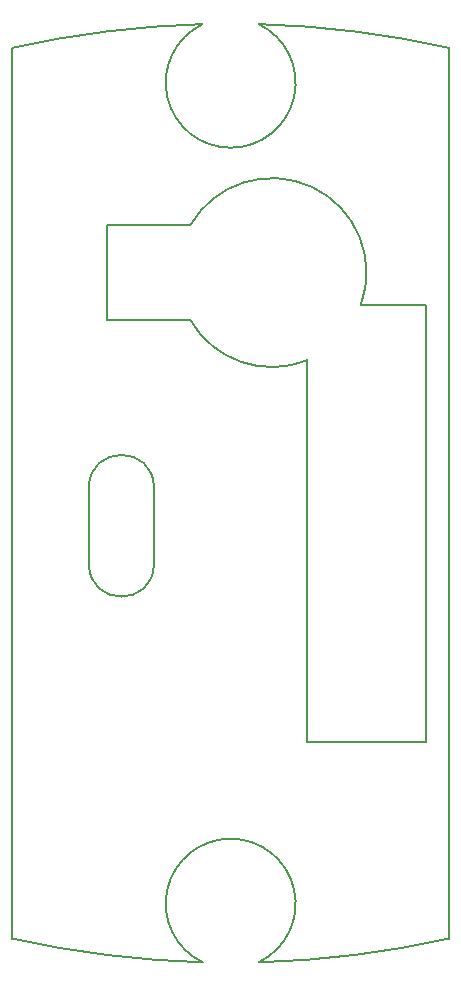
<source format=gbr>
G04 #@! TF.GenerationSoftware,KiCad,Pcbnew,(5.1.0)-1*
G04 #@! TF.CreationDate,2019-05-27T09:53:24+03:00*
G04 #@! TF.ProjectId,USB_RFID,5553425f-5246-4494-942e-6b696361645f,rev?*
G04 #@! TF.SameCoordinates,Original*
G04 #@! TF.FileFunction,Profile,NP*
%FSLAX46Y46*%
G04 Gerber Fmt 4.6, Leading zero omitted, Abs format (unit mm)*
G04 Created by KiCad (PCBNEW (5.1.0)-1) date 2019-05-27 09:53:24*
%MOMM*%
%LPD*%
G04 APERTURE LIST*
%ADD10C,0.200000*%
G04 APERTURE END LIST*
D10*
X21076000Y-53999495D02*
G75*
G02X26576000Y-53999495I2750000J0D01*
G01*
X14576000Y-16789349D02*
X14576000Y-92195525D01*
X51576000Y-92195525D02*
G75*
G02X35437903Y-94209470I-18500000J82578088D01*
G01*
X30714097Y-94209470D02*
G75*
G02X14576000Y-92195525I2361903J84592033D01*
G01*
X29647797Y-31814000D02*
X22576000Y-31814000D01*
X22576000Y-39814000D02*
X29647797Y-39814000D01*
X22576000Y-31814000D02*
X22576000Y-39814000D01*
X26576000Y-60499495D02*
X26576000Y-53999495D01*
X39576000Y-59518214D02*
X39576000Y-75518214D01*
X39576000Y-44518214D02*
X39576000Y-59518214D01*
X26576000Y-60499495D02*
G75*
G02X21076000Y-60499495I-2750000J0D01*
G01*
X51576000Y-92195525D02*
X51576000Y-16789349D01*
X30714098Y-94209470D02*
G75*
G02X35437903Y-94209470I2361902J4967033D01*
G01*
X35437903Y-14775404D02*
G75*
G02X51576000Y-16789349I-2361903J-84592033D01*
G01*
X35437903Y-14775404D02*
G75*
G02X30714098Y-14775404I-2361903J-4967033D01*
G01*
X39576000Y-43230198D02*
X39576000Y-44518214D01*
X14576001Y-16789349D02*
G75*
G02X30714098Y-14775404I18499999J-82578088D01*
G01*
X39576000Y-75518214D02*
X49576000Y-75518214D01*
X21076000Y-53999495D02*
X21076000Y-60499495D01*
X49576000Y-59518214D02*
X49576000Y-44518214D01*
X49576000Y-75518214D02*
X49576000Y-59518214D01*
X49576000Y-44518214D02*
X49576000Y-38518214D01*
X29647797Y-31814000D02*
G75*
G02X44105092Y-38518214I6928203J-4000000D01*
G01*
X49576000Y-38518214D02*
X44105092Y-38518214D01*
X39576000Y-43230198D02*
G75*
G02X29647797Y-39814000I-3000000J7416198D01*
G01*
M02*

</source>
